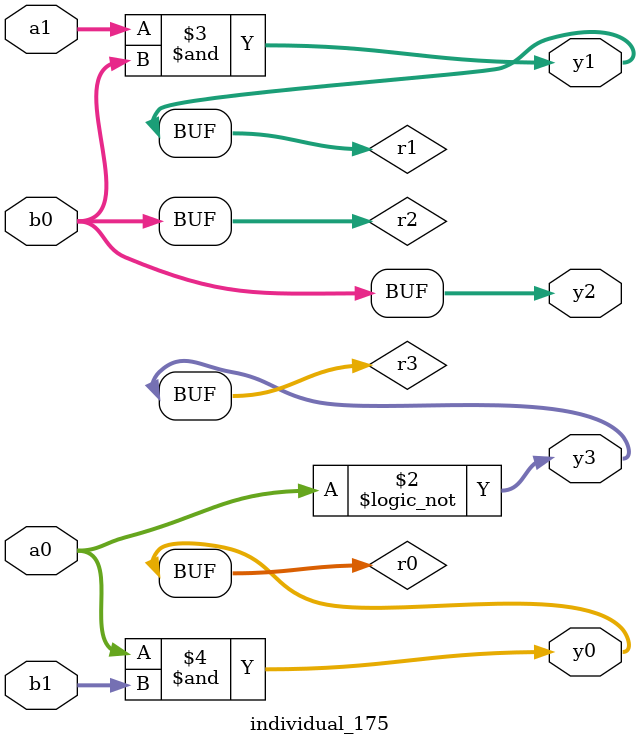
<source format=sv>
module individual_175(input logic [15:0] a1, input logic [15:0] a0, input logic [15:0] b1, input logic [15:0] b0, output logic [15:0] y3, output logic [15:0] y2, output logic [15:0] y1, output logic [15:0] y0);
logic [15:0] r0, r1, r2, r3; 
 always@(*) begin 
	 r0 = a0; r1 = a1; r2 = b0; r3 = b1; 
 	 r3 = ! r0 ;
 	 r1  &=  r2 ;
 	 r0  &=  b1 ;
 	 y3 = r3; y2 = r2; y1 = r1; y0 = r0; 
end
endmodule
</source>
